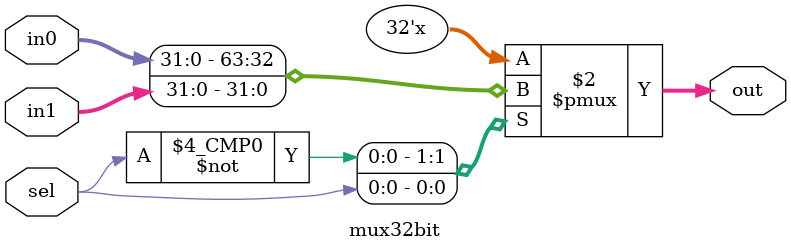
<source format=v>
module mux32bit(in0, in1, sel, out);
	input wire [31:0] in0;
	input wire [31:0] in1;
	input wire sel ;
	output reg [31:0] out;

	always @ (*) begin
		case(sel) 
		    1'b0: out = in0;
		    1'b1: out = in1;
	 	endcase 
	end

endmodule
</source>
